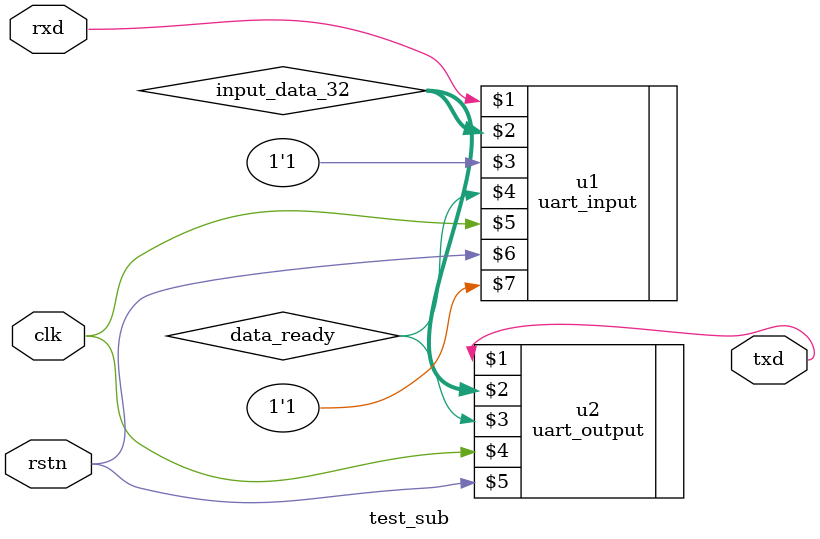
<source format=v>
module top_pipe(
     input wire clk,
     input wire rstn,
     output wire [31:0] writedatam,
     output wire [31:0] alu_resultm,
     output wire memwritem,
     input wire rxd, 
     output wire txd,
     output reg [1:0] state,
     output wire [5:0] data_count,
     output reg rstn_start,
     output wire input_sig);
     wire [31:0] pcf;
     wire [31:0] instrf;
     wire [31:0] readdatam;
     reg core_sig ;
     wire tx_busy;
     wire [31:0] data_32;
     reg [31:0] send_data;
     //reg [1:0] state;
     reg controll;
     wire program_fin;
     wire [31:0] program_data;
     wire [31:0] program_addr;
     wire init_sig;
     reg tx_start;
     reg [7:0] data_tmp;
     wire data_ready;
     reg input_start;
     wire program_ready;
     reg [31:0] pro_data;
     reg [31:0] pro_addr;
     reg memwrite;
     wire output_sig;
     reg [31:0] input_data;
     reg input_valid;
     wire [31:0] readdata;
     //reg rstn_start;
      //controll the status of the core
      always @(posedge clk) begin
        if (~rstn) begin
                state <= 2'b00;
                core_sig <= 1'b0;
                send_data <= 32'b0;
                controll <= 1'b0;
                rstn_start <= 1'b0;
                input_start <= 1'b0;
                input_data <= 32'b0;
                input_valid <= 1'b0;
        end
        else if (state == 2'b00) begin
                if (init_sig) begin
                        //state <= 2'b01;
                        send_data <= 32'd153;
                        controll <= 1'b1;
                        core_sig <= 1'b1;
                end
                if (core_sig) begin
                        state <= 2'b01;
                        core_sig <= 1'b0;

                end
        end
        else if (state == 2'b01) begin //is receiving the binary program 
                if (program_fin) begin
                        state <= 2'b10;
                        send_data <= 32'd170;
                        core_sig <= 1'b1;
                        memwrite <= 1'b0;
                        input_data <=32'b0;
                        rstn_start <= 1'b1;        
                end
                else begin
                        memwrite <= program_ready;
                        pro_data <= program_data;
                        pro_addr <= program_addr;
                end
        end
        else if (state == 2'b10) begin // is receiving the data 
                input_start <= 1'b1;
                send_data <= writedatam;
                if (output_sig) begin
                    core_sig <= 1'b1;
                end else begin
                    core_sig <= 1'b0;
                end
                if (input_sig) begin
                    if(data_ready) begin
                        state <= 2'b11;
                    end
                    else begin
                        input_valid <= 1'b0;
                    end
                end
                else begin
                    input_data <= data_32;
                end 
                
        end else if(state == 2'b11) begin
                    input_data <= data_32;
                    input_valid <= 1'b1;
                    state <= 2'b10;
        end
      end
      /*always @(negedge clk) begin
        if (~rstn) begin
            rstn_start <= 1'b0;
        end else if (state == 2'b10) begin
            rstn_start <= 1'b1;
        end
      end*/
     //for 4byte
     wire [31:0] output_data;
     program_init pro_init (clk,rstn,rxd,controll,program_fin,program_data,program_addr,program_ready);
     uart_input_sub uart1 (rxd,data_32,1'b1,data_ready,clk,rstn,input_start);//for input
     uart_output uart2(txd,send_data,core_sig,clk,rstn,data_count);//for output
     
     pileline_processor_fpu pipe(clk,rstn,rstn_start,pcf,instrf,memwritem,alu_resultm,writedatam,readdatam,init_sig,output_sig,input_sig,input_data,input_valid);
     memory_order imem(pcf,instrf,pro_data,pro_addr,memwrite,clk);
     data_memory dmem(clk,memwritem,alu_resultm,writedatam,readdatam);
endmodule

module test(
    input wire rxd,
    output wire txd,
    input wire clk,
    input wire rstn
);
wire [31:0] input_data_32;
wire data_ready;
wire input_ready;
uart_input_sub u1(rxd,
                input_data_32,
                1'b1,
                data_ready,
                clk,rstn,1'b1);
uart_output u2(txd,input_data_32,data_ready,clk,rstn);
endmodule

module test_sub(
    input wire rxd,
    output wire txd,
    input wire clk,
    input wire rstn
);
wire [31:0] input_data_32;
wire data_ready;
wire input_ready;
uart_input u1(rxd,
                input_data_32,
                1'b1,
                data_ready,
                clk,rstn,1'b1);
uart_output u2(txd,input_data_32,data_ready,clk,rstn);
endmodule
</source>
